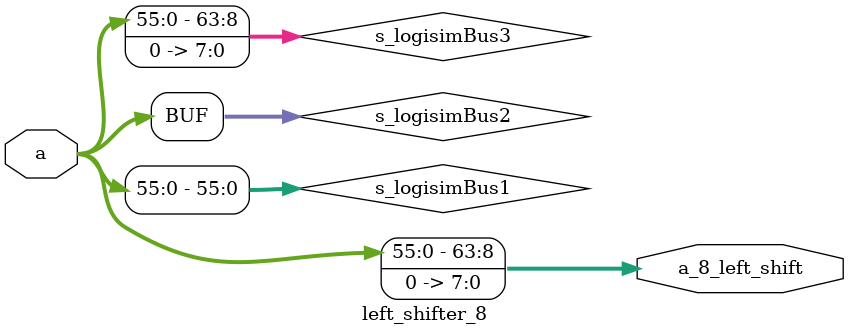
<source format=v>
/******************************************************************************
 ** Logisim-evolution goes FPGA automatic generated Verilog code             **
 ** https://github.com/logisim-evolution/                                    **
 **                                                                          **
 ** Component : left_shifter_8                                               **
 **                                                                          **
 *****************************************************************************/

module left_shifter_8( a,
                       a_8_left_shift );

   /*******************************************************************************
   ** The inputs are defined here                                                **
   *******************************************************************************/
   input [63:0] a;

   /*******************************************************************************
   ** The outputs are defined here                                               **
   *******************************************************************************/
   output [63:0] a_8_left_shift;

   /*******************************************************************************
   ** The wires are defined here                                                 **
   *******************************************************************************/
   wire [55:0] s_logisimBus1;
   wire [63:0] s_logisimBus2;
   wire [63:0] s_logisimBus3;

   /*******************************************************************************
   ** The module functionality is described here                                 **
   *******************************************************************************/

   /*******************************************************************************
   ** Here all wiring is defined                                                 **
   *******************************************************************************/
   assign s_logisimBus1[0]  = s_logisimBus2[0];
   assign s_logisimBus1[10] = s_logisimBus2[10];
   assign s_logisimBus1[11] = s_logisimBus2[11];
   assign s_logisimBus1[12] = s_logisimBus2[12];
   assign s_logisimBus1[13] = s_logisimBus2[13];
   assign s_logisimBus1[14] = s_logisimBus2[14];
   assign s_logisimBus1[15] = s_logisimBus2[15];
   assign s_logisimBus1[16] = s_logisimBus2[16];
   assign s_logisimBus1[17] = s_logisimBus2[17];
   assign s_logisimBus1[18] = s_logisimBus2[18];
   assign s_logisimBus1[19] = s_logisimBus2[19];
   assign s_logisimBus1[1]  = s_logisimBus2[1];
   assign s_logisimBus1[20] = s_logisimBus2[20];
   assign s_logisimBus1[21] = s_logisimBus2[21];
   assign s_logisimBus1[22] = s_logisimBus2[22];
   assign s_logisimBus1[23] = s_logisimBus2[23];
   assign s_logisimBus1[24] = s_logisimBus2[24];
   assign s_logisimBus1[25] = s_logisimBus2[25];
   assign s_logisimBus1[26] = s_logisimBus2[26];
   assign s_logisimBus1[27] = s_logisimBus2[27];
   assign s_logisimBus1[28] = s_logisimBus2[28];
   assign s_logisimBus1[29] = s_logisimBus2[29];
   assign s_logisimBus1[2]  = s_logisimBus2[2];
   assign s_logisimBus1[30] = s_logisimBus2[30];
   assign s_logisimBus1[31] = s_logisimBus2[31];
   assign s_logisimBus1[32] = s_logisimBus2[32];
   assign s_logisimBus1[33] = s_logisimBus2[33];
   assign s_logisimBus1[34] = s_logisimBus2[34];
   assign s_logisimBus1[35] = s_logisimBus2[35];
   assign s_logisimBus1[36] = s_logisimBus2[36];
   assign s_logisimBus1[37] = s_logisimBus2[37];
   assign s_logisimBus1[38] = s_logisimBus2[38];
   assign s_logisimBus1[39] = s_logisimBus2[39];
   assign s_logisimBus1[3]  = s_logisimBus2[3];
   assign s_logisimBus1[40] = s_logisimBus2[40];
   assign s_logisimBus1[41] = s_logisimBus2[41];
   assign s_logisimBus1[42] = s_logisimBus2[42];
   assign s_logisimBus1[43] = s_logisimBus2[43];
   assign s_logisimBus1[44] = s_logisimBus2[44];
   assign s_logisimBus1[45] = s_logisimBus2[45];
   assign s_logisimBus1[46] = s_logisimBus2[46];
   assign s_logisimBus1[47] = s_logisimBus2[47];
   assign s_logisimBus1[48] = s_logisimBus2[48];
   assign s_logisimBus1[49] = s_logisimBus2[49];
   assign s_logisimBus1[4]  = s_logisimBus2[4];
   assign s_logisimBus1[50] = s_logisimBus2[50];
   assign s_logisimBus1[51] = s_logisimBus2[51];
   assign s_logisimBus1[52] = s_logisimBus2[52];
   assign s_logisimBus1[53] = s_logisimBus2[53];
   assign s_logisimBus1[54] = s_logisimBus2[54];
   assign s_logisimBus1[55] = s_logisimBus2[55];
   assign s_logisimBus1[5]  = s_logisimBus2[5];
   assign s_logisimBus1[6]  = s_logisimBus2[6];
   assign s_logisimBus1[7]  = s_logisimBus2[7];
   assign s_logisimBus1[8]  = s_logisimBus2[8];
   assign s_logisimBus1[9]  = s_logisimBus2[9];
   assign s_logisimBus3[10] = s_logisimBus1[2];
   assign s_logisimBus3[11] = s_logisimBus1[3];
   assign s_logisimBus3[12] = s_logisimBus1[4];
   assign s_logisimBus3[13] = s_logisimBus1[5];
   assign s_logisimBus3[14] = s_logisimBus1[6];
   assign s_logisimBus3[15] = s_logisimBus1[7];
   assign s_logisimBus3[16] = s_logisimBus1[8];
   assign s_logisimBus3[17] = s_logisimBus1[9];
   assign s_logisimBus3[18] = s_logisimBus1[10];
   assign s_logisimBus3[19] = s_logisimBus1[11];
   assign s_logisimBus3[20] = s_logisimBus1[12];
   assign s_logisimBus3[21] = s_logisimBus1[13];
   assign s_logisimBus3[22] = s_logisimBus1[14];
   assign s_logisimBus3[23] = s_logisimBus1[15];
   assign s_logisimBus3[24] = s_logisimBus1[16];
   assign s_logisimBus3[25] = s_logisimBus1[17];
   assign s_logisimBus3[26] = s_logisimBus1[18];
   assign s_logisimBus3[27] = s_logisimBus1[19];
   assign s_logisimBus3[28] = s_logisimBus1[20];
   assign s_logisimBus3[29] = s_logisimBus1[21];
   assign s_logisimBus3[30] = s_logisimBus1[22];
   assign s_logisimBus3[31] = s_logisimBus1[23];
   assign s_logisimBus3[32] = s_logisimBus1[24];
   assign s_logisimBus3[33] = s_logisimBus1[25];
   assign s_logisimBus3[34] = s_logisimBus1[26];
   assign s_logisimBus3[35] = s_logisimBus1[27];
   assign s_logisimBus3[36] = s_logisimBus1[28];
   assign s_logisimBus3[37] = s_logisimBus1[29];
   assign s_logisimBus3[38] = s_logisimBus1[30];
   assign s_logisimBus3[39] = s_logisimBus1[31];
   assign s_logisimBus3[40] = s_logisimBus1[32];
   assign s_logisimBus3[41] = s_logisimBus1[33];
   assign s_logisimBus3[42] = s_logisimBus1[34];
   assign s_logisimBus3[43] = s_logisimBus1[35];
   assign s_logisimBus3[44] = s_logisimBus1[36];
   assign s_logisimBus3[45] = s_logisimBus1[37];
   assign s_logisimBus3[46] = s_logisimBus1[38];
   assign s_logisimBus3[47] = s_logisimBus1[39];
   assign s_logisimBus3[48] = s_logisimBus1[40];
   assign s_logisimBus3[49] = s_logisimBus1[41];
   assign s_logisimBus3[50] = s_logisimBus1[42];
   assign s_logisimBus3[51] = s_logisimBus1[43];
   assign s_logisimBus3[52] = s_logisimBus1[44];
   assign s_logisimBus3[53] = s_logisimBus1[45];
   assign s_logisimBus3[54] = s_logisimBus1[46];
   assign s_logisimBus3[55] = s_logisimBus1[47];
   assign s_logisimBus3[56] = s_logisimBus1[48];
   assign s_logisimBus3[57] = s_logisimBus1[49];
   assign s_logisimBus3[58] = s_logisimBus1[50];
   assign s_logisimBus3[59] = s_logisimBus1[51];
   assign s_logisimBus3[60] = s_logisimBus1[52];
   assign s_logisimBus3[61] = s_logisimBus1[53];
   assign s_logisimBus3[62] = s_logisimBus1[54];
   assign s_logisimBus3[63] = s_logisimBus1[55];
   assign s_logisimBus3[8]  = s_logisimBus1[0];
   assign s_logisimBus3[9]  = s_logisimBus1[1];

   /*******************************************************************************
   ** Here all input connections are defined                                     **
   *******************************************************************************/
   assign s_logisimBus2[63:0] = a;

   /*******************************************************************************
   ** Here all output connections are defined                                    **
   *******************************************************************************/
   assign a_8_left_shift = s_logisimBus3[63:0];

   /*******************************************************************************
   ** Here all in-lined components are defined                                   **
   *******************************************************************************/

   // Constant
   assign  s_logisimBus3[7:0]  =  8'h00;


endmodule

</source>
